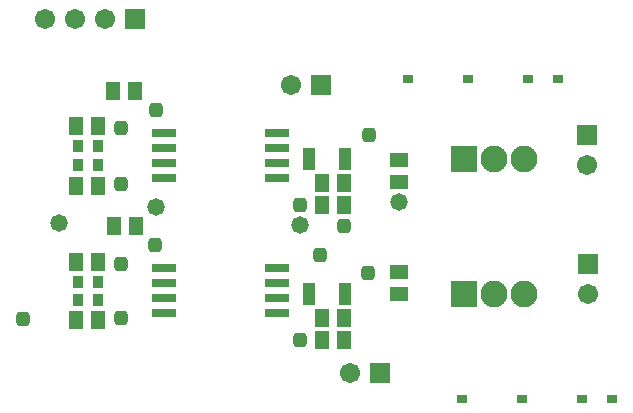
<source format=gts>
G04*
G04 #@! TF.GenerationSoftware,Altium Limited,Altium Designer,21.6.4 (81)*
G04*
G04 Layer_Color=8388736*
%FSLAX25Y25*%
%MOIN*%
G70*
G04*
G04 #@! TF.SameCoordinates,1C97AE3E-24CA-4656-ADB5-1DC68C47BFAE*
G04*
G04*
G04 #@! TF.FilePolarity,Negative*
G04*
G01*
G75*
%ADD22R,0.07887X0.03162*%
%ADD23R,0.03556X0.04147*%
%ADD24R,0.04343X0.07296*%
G04:AMPARAMS|DCode=25|XSize=47.37mil|YSize=47.37mil|CornerRadius=13.84mil|HoleSize=0mil|Usage=FLASHONLY|Rotation=90.000|XOffset=0mil|YOffset=0mil|HoleType=Round|Shape=RoundedRectangle|*
%AMROUNDEDRECTD25*
21,1,0.04737,0.01968,0,0,90.0*
21,1,0.01968,0.04737,0,0,90.0*
1,1,0.02769,0.00984,0.00984*
1,1,0.02769,0.00984,-0.00984*
1,1,0.02769,-0.00984,-0.00984*
1,1,0.02769,-0.00984,0.00984*
%
%ADD25ROUNDEDRECTD25*%
%ADD26R,0.04737X0.06115*%
%ADD27R,0.06115X0.04737*%
%ADD28R,0.03556X0.02572*%
%ADD29R,0.08950X0.08950*%
%ADD30C,0.08950*%
%ADD31R,0.06706X0.06706*%
%ADD32C,0.06706*%
%ADD33R,0.06706X0.06706*%
%ADD34C,0.05800*%
D22*
X-71000Y93000D02*
D03*
Y98000D02*
D03*
Y103000D02*
D03*
Y108000D02*
D03*
X-33400Y93000D02*
D03*
Y98000D02*
D03*
Y103000D02*
D03*
Y108000D02*
D03*
Y63000D02*
D03*
Y58000D02*
D03*
Y53000D02*
D03*
Y48000D02*
D03*
X-71000Y63000D02*
D03*
Y58000D02*
D03*
Y53000D02*
D03*
Y48000D02*
D03*
D23*
X-99448Y58600D02*
D03*
X-92952D02*
D03*
X-99448Y52400D02*
D03*
X-92952D02*
D03*
X-99448Y97600D02*
D03*
X-92952D02*
D03*
X-99448Y103700D02*
D03*
X-92952D02*
D03*
D24*
X-10496Y99500D02*
D03*
X-22504D02*
D03*
Y54500D02*
D03*
X-10496D02*
D03*
D25*
X-2500Y107500D02*
D03*
X-3000Y61500D02*
D03*
X-25500Y39000D02*
D03*
Y84000D02*
D03*
X-19000Y67500D02*
D03*
X-11000Y77000D02*
D03*
X-118000Y46000D02*
D03*
X-73800Y70900D02*
D03*
X-73700Y115900D02*
D03*
X-85300Y46600D02*
D03*
X-85200Y91100D02*
D03*
X-85300Y64400D02*
D03*
X-85400Y109700D02*
D03*
D26*
X-87842Y122000D02*
D03*
X-80558D02*
D03*
X-92958Y65300D02*
D03*
X-100242D02*
D03*
X-92958Y45700D02*
D03*
X-100242D02*
D03*
X-10858Y46500D02*
D03*
X-18142D02*
D03*
X-11000Y84000D02*
D03*
X-18283D02*
D03*
X-10858Y39000D02*
D03*
X-18142D02*
D03*
X-10858Y91500D02*
D03*
X-18142D02*
D03*
X-100242Y90600D02*
D03*
X-92958D02*
D03*
X-100242Y110500D02*
D03*
X-92958D02*
D03*
X-80358Y77200D02*
D03*
X-87642D02*
D03*
D27*
X7500Y61783D02*
D03*
Y54500D02*
D03*
Y91858D02*
D03*
Y99142D02*
D03*
D28*
X78535Y19386D02*
D03*
X68535D02*
D03*
X48533D02*
D03*
X28535D02*
D03*
X60500Y126000D02*
D03*
X50500D02*
D03*
X30498D02*
D03*
X10500D02*
D03*
D29*
X29000Y54500D02*
D03*
Y99500D02*
D03*
D30*
X39000Y54500D02*
D03*
X49000D02*
D03*
X39000Y99500D02*
D03*
X49000D02*
D03*
D31*
X70500Y64500D02*
D03*
X70000Y107500D02*
D03*
D32*
X70500Y54500D02*
D03*
X-9000Y28000D02*
D03*
X-28500Y124000D02*
D03*
X70000Y97500D02*
D03*
X-90500Y146000D02*
D03*
X-100500D02*
D03*
X-110500D02*
D03*
D33*
X1000Y28000D02*
D03*
X-18500Y124000D02*
D03*
X-80500Y146000D02*
D03*
D34*
X7400Y85300D02*
D03*
X-25500Y77500D02*
D03*
X-106000Y78000D02*
D03*
X-73700Y83400D02*
D03*
M02*

</source>
